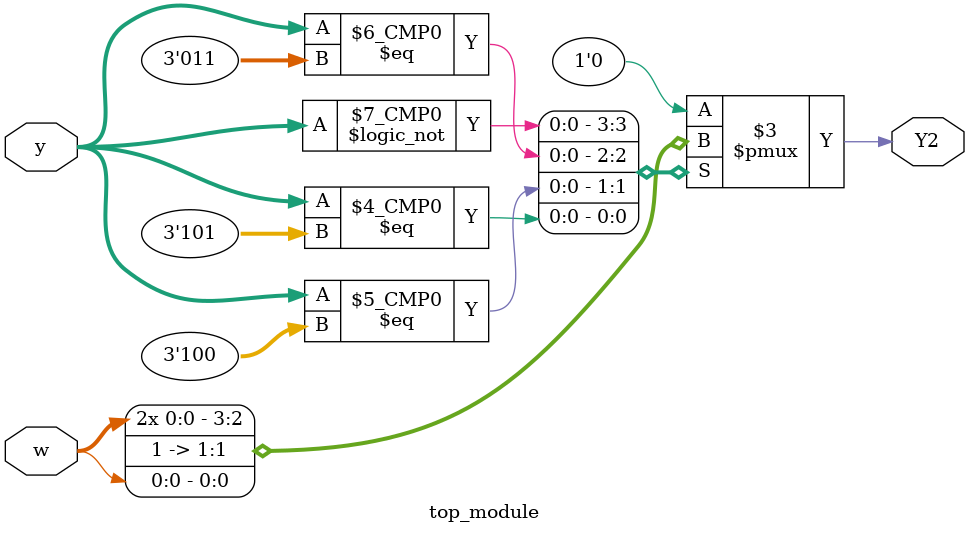
<source format=sv>
module top_module(
    input [3:1] y,
    input w,
    output reg Y2
);

always @(*) begin
    case (y)
        3'b000: Y2 = w;
        3'b001: Y2 = 1'b0;
        3'b010: Y2 = 1'b0;
        3'b011: Y2 = w;
        3'b100: Y2 = 1'b1;
        3'b101: Y2 = w;
        default: Y2 = 1'b0;
    endcase
end

endmodule

</source>
